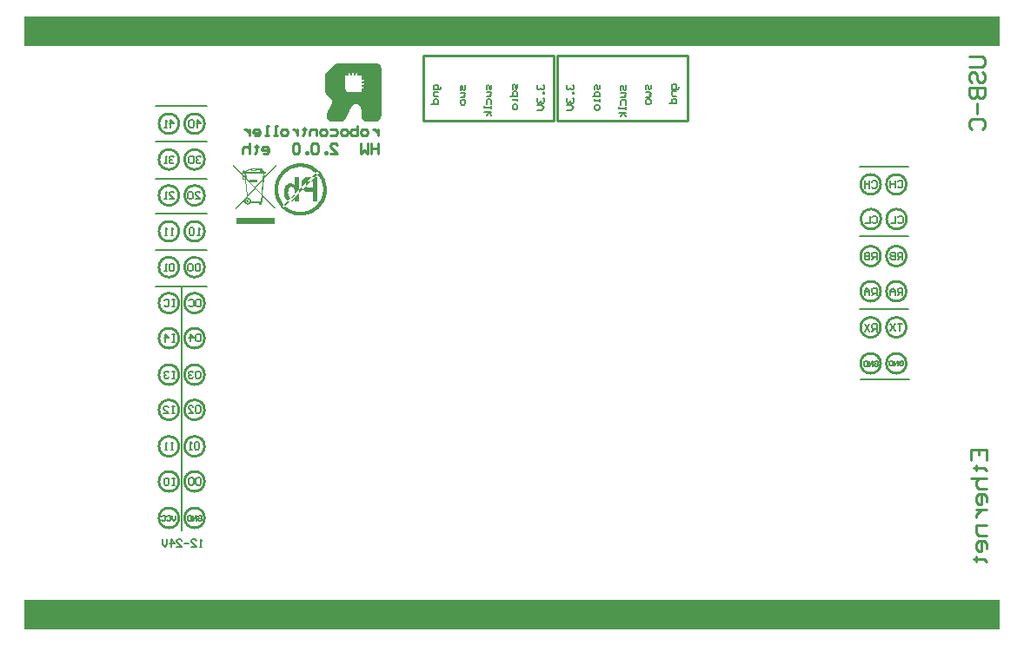
<source format=gbo>
G04*
G04 #@! TF.GenerationSoftware,Altium Limited,Altium Designer,22.10.1 (41)*
G04*
G04 Layer_Color=32896*
%FSLAX25Y25*%
%MOIN*%
G70*
G04*
G04 #@! TF.SameCoordinates,228258D3-266C-4D4F-9196-BF2F79CCE343*
G04*
G04*
G04 #@! TF.FilePolarity,Positive*
G04*
G01*
G75*
%ADD10C,0.01000*%
%ADD17C,0.00591*%
%ADD21C,0.00709*%
%ADD22R,3.74016X0.11811*%
%ADD150C,0.00100*%
G36*
X106648Y-57174D02*
X107375Y-57270D01*
X107700Y-57328D01*
X108025Y-57385D01*
X108331Y-57462D01*
X108618Y-57538D01*
X108867Y-57614D01*
X109096Y-57691D01*
X109288Y-57748D01*
X109460Y-57806D01*
X109594Y-57863D01*
X109708Y-57901D01*
X109766Y-57921D01*
X109785Y-57940D01*
X110455Y-58265D01*
X111067Y-58609D01*
X111621Y-58973D01*
X111870Y-59145D01*
X112081Y-59317D01*
X112291Y-59470D01*
X112482Y-59623D01*
X112635Y-59757D01*
X112769Y-59872D01*
X112884Y-59967D01*
X112961Y-60044D01*
X112999Y-60082D01*
X113018Y-60101D01*
X113496Y-60618D01*
X113936Y-61173D01*
X114300Y-61708D01*
X114606Y-62206D01*
X114740Y-62416D01*
X114855Y-62626D01*
X114950Y-62818D01*
X115027Y-62971D01*
X115103Y-63105D01*
X115141Y-63200D01*
X115161Y-63258D01*
X115180Y-63277D01*
X115428Y-63966D01*
X115620Y-64654D01*
X115754Y-65305D01*
X115811Y-65611D01*
X115849Y-65917D01*
X115887Y-66185D01*
X115907Y-66414D01*
X115926Y-66644D01*
Y-66816D01*
X115945Y-66969D01*
Y-67084D01*
Y-67160D01*
Y-67180D01*
X115907Y-67926D01*
X115830Y-68652D01*
X115773Y-68978D01*
X115696Y-69303D01*
X115639Y-69609D01*
X115562Y-69896D01*
X115486Y-70145D01*
X115428Y-70374D01*
X115352Y-70565D01*
X115295Y-70738D01*
X115256Y-70872D01*
X115218Y-70986D01*
X115180Y-71044D01*
Y-71063D01*
X114855Y-71732D01*
X114510Y-72345D01*
X114147Y-72899D01*
X113974Y-73148D01*
X113802Y-73359D01*
X113649Y-73569D01*
X113496Y-73760D01*
X113362Y-73913D01*
X113248Y-74047D01*
X113152Y-74162D01*
X113075Y-74239D01*
X113037Y-74277D01*
X113018Y-74296D01*
X112482Y-74774D01*
X111928Y-75214D01*
X111392Y-75578D01*
X110895Y-75884D01*
X110665Y-76018D01*
X110455Y-76132D01*
X110263Y-76209D01*
X110110Y-76305D01*
X109976Y-76362D01*
X109881Y-76400D01*
X109823Y-76438D01*
X109804D01*
X109116Y-76687D01*
X108427Y-76878D01*
X107776Y-77012D01*
X107470Y-77070D01*
X107164Y-77108D01*
X106896Y-77146D01*
X106648Y-77165D01*
X106437Y-77184D01*
X106246D01*
X106112Y-77204D01*
X105902D01*
X105136Y-77165D01*
X104429Y-77089D01*
X103759Y-76955D01*
X103472Y-76898D01*
X103185Y-76821D01*
X102917Y-76745D01*
X102688Y-76687D01*
X102497Y-76611D01*
X102324Y-76553D01*
X102190Y-76515D01*
X102076Y-76477D01*
X102018Y-76438D01*
X101999D01*
X101330Y-76132D01*
X100717Y-75788D01*
X100430Y-75597D01*
X100182Y-75424D01*
X99933Y-75252D01*
X99704Y-75080D01*
X99512Y-74927D01*
X99321Y-74774D01*
X99168Y-74640D01*
X99034Y-74525D01*
X98938Y-74430D01*
X98862Y-74353D01*
X98823Y-74315D01*
X98804Y-74296D01*
X98326Y-73760D01*
X97905Y-73205D01*
X97523Y-72670D01*
X97217Y-72172D01*
X97102Y-71943D01*
X96987Y-71732D01*
X96891Y-71541D01*
X96796Y-71388D01*
X96738Y-71254D01*
X96700Y-71158D01*
X96662Y-71101D01*
Y-71082D01*
X96394Y-70393D01*
X96203Y-69705D01*
X96050Y-69054D01*
X95992Y-68748D01*
X95954Y-68442D01*
X95916Y-68174D01*
X95897Y-67926D01*
X95877Y-67715D01*
Y-67524D01*
X95858Y-67390D01*
Y-67275D01*
Y-67199D01*
Y-67180D01*
X95897Y-66414D01*
X95992Y-65687D01*
X96050Y-65343D01*
X96107Y-65037D01*
X96184Y-64731D01*
X96260Y-64444D01*
X96337Y-64195D01*
X96413Y-63966D01*
X96470Y-63755D01*
X96528Y-63602D01*
X96585Y-63449D01*
X96624Y-63354D01*
X96643Y-63296D01*
X96662Y-63277D01*
X96987Y-62626D01*
X97331Y-62014D01*
X97676Y-61479D01*
X97867Y-61230D01*
X98020Y-61001D01*
X98192Y-60809D01*
X98326Y-60618D01*
X98460Y-60465D01*
X98575Y-60350D01*
X98671Y-60235D01*
X98747Y-60159D01*
X98785Y-60120D01*
X98804Y-60101D01*
X99321Y-59604D01*
X99857Y-59183D01*
X100392Y-58820D01*
X100890Y-58495D01*
X101119Y-58380D01*
X101330Y-58265D01*
X101521Y-58169D01*
X101674Y-58074D01*
X101808Y-58016D01*
X101903Y-57978D01*
X101961Y-57940D01*
X101980D01*
X102669Y-57672D01*
X103357Y-57481D01*
X104027Y-57328D01*
X104333Y-57270D01*
X104620Y-57232D01*
X104907Y-57194D01*
X105136Y-57174D01*
X105366Y-57155D01*
X105538D01*
X105691Y-57136D01*
X105902D01*
X106648Y-57174D01*
D02*
G37*
G36*
X96555Y-58108D02*
X91848Y-63208D01*
X91373Y-69211D01*
X96391Y-74360D01*
X96112Y-74606D01*
X91324Y-69703D01*
X91242Y-70834D01*
X91209Y-71146D01*
X91192Y-71293D01*
Y-71408D01*
X91176Y-71507D01*
Y-71589D01*
Y-71638D01*
Y-71654D01*
Y-71785D01*
X91159Y-71884D01*
Y-71949D01*
Y-72015D01*
X91143Y-72048D01*
Y-72064D01*
Y-72081D01*
X91127Y-72163D01*
X91094Y-72228D01*
X91078Y-72261D01*
X91061Y-72277D01*
X91012Y-72310D01*
X90979Y-72327D01*
X90946Y-72343D01*
Y-72966D01*
X90126D01*
Y-72343D01*
X86748D01*
X86584Y-72556D01*
X86404Y-72720D01*
X86207Y-72835D01*
X86010Y-72917D01*
X85846Y-72966D01*
X85698Y-72983D01*
X85600Y-72999D01*
X85567D01*
X85370Y-72983D01*
X85190Y-72934D01*
X85026Y-72868D01*
X84878Y-72802D01*
X84763Y-72737D01*
X84681Y-72671D01*
X84632Y-72622D01*
X84616Y-72606D01*
X84485Y-72458D01*
X84386Y-72294D01*
X84304Y-72130D01*
X84255Y-71966D01*
X84222Y-71835D01*
X84206Y-71736D01*
Y-71671D01*
Y-71638D01*
Y-71474D01*
X81254Y-74672D01*
X80926Y-74410D01*
X85272Y-69703D01*
X84681Y-63503D01*
X83550D01*
Y-61847D01*
X83599D01*
X79991Y-58157D01*
Y-57567D01*
X84189Y-61847D01*
X84534D01*
X84468Y-61044D01*
X84370Y-61093D01*
X84272Y-61125D01*
X84206Y-61142D01*
X84173D01*
X84075Y-61125D01*
X83976Y-61109D01*
X83829Y-61044D01*
X83730Y-60994D01*
X83697Y-60962D01*
X83632Y-60879D01*
X83583Y-60814D01*
X83517Y-60650D01*
Y-60601D01*
X83501Y-60552D01*
Y-60519D01*
Y-60502D01*
X83517Y-60404D01*
X83534Y-60322D01*
X83599Y-60174D01*
X83681Y-60092D01*
X83697Y-60059D01*
X83714D01*
X83796Y-59994D01*
X83862Y-59945D01*
X84009Y-59879D01*
X84075D01*
X84124Y-59863D01*
X84173D01*
X84288Y-59879D01*
X84386Y-59928D01*
X84550Y-60027D01*
X84649Y-60109D01*
X84665Y-60141D01*
X84681Y-60158D01*
X84780Y-60059D01*
X84878Y-59961D01*
X85108Y-59797D01*
X85223Y-59732D01*
X85305Y-59682D01*
X85370Y-59649D01*
X85387Y-59633D01*
X85584Y-59535D01*
X85813Y-59453D01*
X86059Y-59387D01*
X86289Y-59338D01*
X86502Y-59289D01*
X86682Y-59256D01*
X86748D01*
X86797Y-59240D01*
X86846D01*
Y-59026D01*
X89126D01*
Y-59158D01*
X89372Y-59190D01*
X89585Y-59207D01*
X89684Y-59223D01*
X89749D01*
X89782Y-59240D01*
X89798D01*
X90012Y-59272D01*
X90208Y-59305D01*
X90274D01*
X90323Y-59321D01*
X90372D01*
Y-59256D01*
X91209D01*
Y-59584D01*
X91422Y-59699D01*
X91586Y-59813D01*
X91717Y-59912D01*
X91816Y-60010D01*
X91897Y-60092D01*
X91947Y-60158D01*
X91963Y-60191D01*
X91979Y-60207D01*
X92029Y-60306D01*
X92078Y-60387D01*
X92111Y-60453D01*
X92143Y-60486D01*
X92160Y-60535D01*
X92176Y-60552D01*
X92668D01*
Y-61060D01*
X92029D01*
X91897Y-62503D01*
X96555Y-57452D01*
Y-58108D01*
D02*
G37*
G36*
X95981Y-80445D02*
X81467D01*
Y-78280D01*
X95981D01*
Y-80445D01*
D02*
G37*
%LPC*%
G36*
X110646Y-63966D02*
X109694D01*
X107915Y-65747D01*
X107929Y-65783D01*
X107949Y-65860D01*
X107987Y-65917D01*
X108006Y-65955D01*
Y-65974D01*
X108178Y-66185D01*
X108350Y-66319D01*
X108427Y-66376D01*
X108484Y-66414D01*
X108522Y-66433D01*
X108542D01*
X108656Y-66472D01*
X108828Y-66510D01*
X109039Y-66529D01*
X109249Y-66548D01*
X109460Y-66567D01*
X110646D01*
Y-63966D01*
D02*
G37*
G36*
X108183Y-64292D02*
X108159Y-64310D01*
X108102Y-64367D01*
X108082Y-64386D01*
X108063Y-64406D01*
X108057Y-64418D01*
X106316Y-66162D01*
X106323Y-66204D01*
X106399Y-66452D01*
X106475Y-66682D01*
X106495Y-66701D01*
X106514Y-66778D01*
X106571Y-66873D01*
X106648Y-67007D01*
X106651Y-67013D01*
X107915Y-65747D01*
X107891Y-65687D01*
X107872Y-65553D01*
X107853Y-65267D01*
Y-65247D01*
Y-65190D01*
X107872Y-65114D01*
Y-64999D01*
X107910Y-64865D01*
X107949Y-64712D01*
X107987Y-64559D01*
X108057Y-64418D01*
X108183Y-64292D01*
D02*
G37*
G36*
X102497Y-66185D02*
X102401D01*
X102190Y-66204D01*
X102018Y-66261D01*
X101865Y-66338D01*
X101750Y-66414D01*
X101655Y-66510D01*
X101578Y-66587D01*
X101540Y-66644D01*
X101521Y-66663D01*
X101387Y-66873D01*
X101291Y-67141D01*
X101234Y-67409D01*
X101177Y-67677D01*
X101157Y-67926D01*
X101138Y-68136D01*
Y-68212D01*
Y-68270D01*
Y-68308D01*
Y-68327D01*
X101157Y-68729D01*
X101215Y-69054D01*
X101272Y-69341D01*
X101330Y-69552D01*
X101406Y-69724D01*
X101463Y-69819D01*
X101502Y-69896D01*
X101521Y-69915D01*
X101655Y-70087D01*
X101808Y-70202D01*
X101942Y-70298D01*
X102076Y-70355D01*
X102113Y-70370D01*
X103670Y-68811D01*
X103682Y-68729D01*
X103702Y-68499D01*
X103721Y-68308D01*
Y-68232D01*
Y-68174D01*
Y-68155D01*
Y-68136D01*
X103702Y-67792D01*
X103663Y-67486D01*
X103587Y-67237D01*
X103510Y-67026D01*
X103434Y-66873D01*
X103357Y-66759D01*
X103319Y-66682D01*
X103300Y-66663D01*
X103185Y-66510D01*
X103051Y-66395D01*
X102898Y-66299D01*
X102745Y-66242D01*
X102611Y-66204D01*
X102497Y-66185D01*
D02*
G37*
G36*
X105156Y-67324D02*
X103670Y-68811D01*
X103644Y-68978D01*
X103587Y-69245D01*
X103510Y-69494D01*
X103415Y-69724D01*
X103396Y-69762D01*
X103338Y-69839D01*
X103262Y-69953D01*
X103147Y-70087D01*
X102994Y-70221D01*
X102803Y-70336D01*
X102592Y-70393D01*
X102343Y-70412D01*
X102267D01*
X102171Y-70393D01*
X102113Y-70370D01*
X100967Y-71518D01*
X101023Y-71560D01*
X101310Y-71694D01*
X101617Y-71790D01*
X101789Y-71828D01*
X101843D01*
X105156Y-68511D01*
Y-67324D01*
D02*
G37*
G36*
X106074Y-58552D02*
X105902D01*
X105251Y-58590D01*
X104620Y-58667D01*
X104046Y-58762D01*
X103797Y-58839D01*
X103549Y-58896D01*
X103338Y-58954D01*
X103128Y-59030D01*
X102956Y-59088D01*
X102803Y-59126D01*
X102688Y-59183D01*
X102611Y-59202D01*
X102554Y-59241D01*
X102535D01*
X101961Y-59508D01*
X101444Y-59814D01*
X100966Y-60120D01*
X100564Y-60427D01*
X100392Y-60561D01*
X100239Y-60694D01*
X100105Y-60809D01*
X100010Y-60905D01*
X99914Y-60981D01*
X99857Y-61039D01*
X99818Y-61077D01*
X99799Y-61096D01*
X99397Y-61536D01*
X99034Y-62014D01*
X98709Y-62473D01*
X98441Y-62894D01*
X98345Y-63086D01*
X98250Y-63277D01*
X98154Y-63430D01*
X98097Y-63564D01*
X98039Y-63679D01*
X98001Y-63755D01*
X97963Y-63813D01*
Y-63832D01*
X97733Y-64425D01*
X97561Y-65018D01*
X97446Y-65573D01*
X97351Y-66089D01*
X97331Y-66319D01*
X97312Y-66529D01*
X97293Y-66720D01*
Y-66873D01*
X97274Y-67007D01*
Y-67103D01*
Y-67160D01*
Y-67180D01*
X97312Y-67830D01*
X97389Y-68461D01*
X97484Y-69035D01*
X97561Y-69284D01*
X97618Y-69533D01*
X97676Y-69743D01*
X97752Y-69953D01*
X97810Y-70126D01*
X97848Y-70279D01*
X97905Y-70393D01*
X97924Y-70470D01*
X97963Y-70527D01*
Y-70546D01*
X98230Y-71120D01*
X98537Y-71637D01*
X98843Y-72115D01*
X99130Y-72517D01*
X99283Y-72689D01*
X99397Y-72842D01*
X99512Y-72975D01*
X100967Y-71518D01*
X100794Y-71388D01*
X100584Y-71216D01*
X100450Y-71063D01*
X100354Y-70948D01*
X100316Y-70929D01*
Y-70910D01*
X100086Y-70527D01*
X99914Y-70106D01*
X99780Y-69647D01*
X99704Y-69226D01*
X99646Y-68844D01*
X99627Y-68672D01*
Y-68538D01*
X99608Y-68423D01*
Y-68327D01*
Y-68270D01*
Y-68251D01*
Y-67945D01*
X99646Y-67658D01*
X99665Y-67371D01*
X99723Y-67122D01*
X99761Y-66892D01*
X99818Y-66682D01*
X99895Y-66491D01*
X99952Y-66319D01*
X100010Y-66166D01*
X100086Y-66032D01*
X100144Y-65917D01*
X100182Y-65840D01*
X100239Y-65764D01*
X100258Y-65706D01*
X100296Y-65687D01*
Y-65668D01*
X100430Y-65515D01*
X100564Y-65381D01*
X100832Y-65152D01*
X101119Y-64999D01*
X101387Y-64903D01*
X101617Y-64827D01*
X101808Y-64807D01*
X101884Y-64788D01*
X102152D01*
X102324Y-64827D01*
X102649Y-64922D01*
X102936Y-65075D01*
X103185Y-65247D01*
X103376Y-65420D01*
X103530Y-65573D01*
X103625Y-65687D01*
X103663Y-65706D01*
Y-62378D01*
X105156D01*
Y-67324D01*
X106316Y-66162D01*
X106284Y-65974D01*
X106265Y-65745D01*
X106246Y-65534D01*
X106227Y-65381D01*
Y-65267D01*
Y-65228D01*
X106246Y-64846D01*
X106303Y-64501D01*
X106361Y-64195D01*
X106437Y-63927D01*
X106533Y-63717D01*
X106590Y-63564D01*
X106648Y-63468D01*
X106667Y-63430D01*
X106839Y-63200D01*
X107011Y-62990D01*
X107202Y-62837D01*
X107394Y-62722D01*
X107547Y-62626D01*
X107681Y-62569D01*
X107757Y-62550D01*
X107796Y-62531D01*
X107891Y-62512D01*
X107987Y-62473D01*
X108255Y-62435D01*
X108580Y-62416D01*
X108886Y-62397D01*
X109192Y-62378D01*
X110094D01*
X111684Y-60786D01*
X112023Y-61096D01*
X112042Y-61115D01*
X112081Y-61154D01*
X112138Y-61211D01*
X112215Y-61307D01*
X112282Y-61374D01*
X111279Y-62378D01*
X110094D01*
X108183Y-64292D01*
X108236Y-64253D01*
X108331Y-64176D01*
X108465Y-64119D01*
X108599Y-64061D01*
X108752Y-64023D01*
X108771Y-64004D01*
X108848Y-63985D01*
X108982Y-63966D01*
X109694D01*
X111279Y-62378D01*
X112234D01*
Y-71675D01*
X110646D01*
Y-68136D01*
X109211D01*
X108867Y-68117D01*
X108561Y-68098D01*
X108331Y-68079D01*
X108159Y-68059D01*
X108044Y-68040D01*
X107968Y-68021D01*
X107949D01*
X107623Y-67887D01*
X107489Y-67830D01*
X107375Y-67753D01*
X107279Y-67677D01*
X107202Y-67639D01*
X107164Y-67600D01*
X107145Y-67581D01*
X106992Y-67447D01*
X106858Y-67294D01*
X106743Y-67141D01*
X106651Y-67013D01*
X105156Y-68511D01*
Y-71675D01*
X103759D01*
Y-70680D01*
X103606Y-70891D01*
X103472Y-71063D01*
X103338Y-71197D01*
X103204Y-71331D01*
X103089Y-71426D01*
X103013Y-71484D01*
X102956Y-71522D01*
X102936Y-71541D01*
X102764Y-71637D01*
X102573Y-71713D01*
X102420Y-71752D01*
X102267Y-71790D01*
X102152Y-71809D01*
X102037Y-71828D01*
X101843D01*
X100092Y-73581D01*
X99799Y-73301D01*
X99780Y-73282D01*
X99742Y-73244D01*
X99684Y-73186D01*
X99608Y-73091D01*
X99512Y-72976D01*
X99512Y-72975D01*
X98900Y-73588D01*
X99493Y-74181D01*
X100092Y-73581D01*
X100239Y-73722D01*
X100717Y-74085D01*
X101177Y-74392D01*
X101597Y-74659D01*
X101789Y-74774D01*
X101980Y-74870D01*
X102133Y-74946D01*
X102267Y-75023D01*
X102382Y-75061D01*
X102458Y-75099D01*
X102516Y-75138D01*
X102535D01*
X103128Y-75367D01*
X103721Y-75520D01*
X104295Y-75635D01*
X104811Y-75731D01*
X105041Y-75750D01*
X105251Y-75769D01*
X105443Y-75788D01*
X105596D01*
X105729Y-75807D01*
X105902D01*
X106552Y-75769D01*
X107183Y-75692D01*
X107757Y-75597D01*
X108006Y-75539D01*
X108255Y-75463D01*
X108465Y-75405D01*
X108676Y-75348D01*
X108848Y-75291D01*
X109001Y-75233D01*
X109116Y-75195D01*
X109192Y-75157D01*
X109249Y-75138D01*
X109268D01*
X109842Y-74870D01*
X110359Y-74564D01*
X110837Y-74258D01*
X111239Y-73971D01*
X111411Y-73837D01*
X111564Y-73703D01*
X111698Y-73588D01*
X111813Y-73492D01*
X111908Y-73416D01*
X111966Y-73359D01*
X112004Y-73320D01*
X112023Y-73301D01*
X112444Y-72842D01*
X112808Y-72383D01*
X113114Y-71924D01*
X113382Y-71484D01*
X113496Y-71292D01*
X113592Y-71101D01*
X113668Y-70948D01*
X113745Y-70814D01*
X113783Y-70699D01*
X113821Y-70623D01*
X113860Y-70565D01*
Y-70546D01*
X114089Y-69953D01*
X114242Y-69341D01*
X114357Y-68786D01*
X114453Y-68270D01*
X114472Y-68040D01*
X114491Y-67830D01*
X114510Y-67639D01*
Y-67486D01*
X114529Y-67352D01*
Y-67256D01*
Y-67199D01*
Y-67180D01*
X114491Y-66529D01*
X114415Y-65898D01*
X114319Y-65343D01*
X114261Y-65075D01*
X114185Y-64846D01*
X114128Y-64616D01*
X114070Y-64425D01*
X114013Y-64253D01*
X113955Y-64100D01*
X113917Y-63985D01*
X113879Y-63908D01*
X113860Y-63851D01*
Y-63832D01*
X113592Y-63258D01*
X113286Y-62741D01*
X112980Y-62263D01*
X112693Y-61861D01*
X112559Y-61689D01*
X112425Y-61536D01*
X112310Y-61402D01*
X112282Y-61374D01*
X112884Y-60771D01*
X112310Y-60159D01*
X111684Y-60786D01*
X111564Y-60675D01*
X111105Y-60312D01*
X110646Y-59987D01*
X110206Y-59738D01*
X110015Y-59623D01*
X109823Y-59527D01*
X109670Y-59432D01*
X109536Y-59374D01*
X109422Y-59317D01*
X109345Y-59279D01*
X109288Y-59241D01*
X109268D01*
X108676Y-59011D01*
X108063Y-58839D01*
X107509Y-58724D01*
X106992Y-58628D01*
X106763Y-58609D01*
X106552Y-58590D01*
X106361Y-58571D01*
X106208D01*
X106074Y-58552D01*
D02*
G37*
G36*
X88700Y-59404D02*
X87240D01*
Y-59748D01*
X88700D01*
Y-59404D01*
D02*
G37*
G36*
X89241Y-59633D02*
X89126D01*
Y-60109D01*
X86846D01*
Y-59682D01*
X86633Y-59715D01*
X86436Y-59764D01*
X86272Y-59797D01*
X86125Y-59830D01*
X86010Y-59863D01*
X85928Y-59895D01*
X85879Y-59912D01*
X85862D01*
X85731Y-59961D01*
X85616Y-59994D01*
X85518Y-60043D01*
X85436Y-60076D01*
X85370Y-60109D01*
X85321Y-60141D01*
X85305Y-60158D01*
X85288D01*
X85157Y-60256D01*
X85075Y-60322D01*
X85026Y-60387D01*
X85009Y-60404D01*
X84960Y-60470D01*
X84927Y-60519D01*
X84911Y-60535D01*
Y-60552D01*
X90372D01*
Y-59797D01*
X90175Y-59748D01*
X89962Y-59715D01*
X89749Y-59682D01*
X89552Y-59666D01*
X89388Y-59649D01*
X89241Y-59633D01*
D02*
G37*
G36*
X91225Y-60109D02*
X91209D01*
Y-60552D01*
X91651D01*
X91635Y-60502D01*
X91602Y-60437D01*
X91586Y-60387D01*
X91570Y-60371D01*
X91471Y-60273D01*
X91356Y-60191D01*
X91258Y-60125D01*
X91225Y-60109D01*
D02*
G37*
G36*
X83976Y-62224D02*
Y-63126D01*
X84632D01*
Y-62897D01*
X83976Y-62224D01*
D02*
G37*
G36*
X91586Y-61060D02*
X84895D01*
X84944Y-61847D01*
X85173D01*
Y-62880D01*
X86322Y-64028D01*
Y-63487D01*
X89175D01*
Y-64422D01*
X86682D01*
X88470Y-66259D01*
X91422Y-63044D01*
X91586Y-61060D01*
D02*
G37*
G36*
X91373Y-63717D02*
X88749Y-66537D01*
X90946Y-68768D01*
X91373Y-63717D01*
D02*
G37*
G36*
X85173Y-63438D02*
Y-63503D01*
X85124D01*
X85616Y-69309D01*
X88208Y-66537D01*
X85173Y-63438D01*
D02*
G37*
G36*
X88486Y-66816D02*
X85666Y-69867D01*
X85715Y-70293D01*
X85912Y-70326D01*
X86076Y-70375D01*
X86239Y-70441D01*
X86371Y-70523D01*
X86469Y-70588D01*
X86551Y-70638D01*
X86600Y-70687D01*
X86617Y-70703D01*
X86731Y-70851D01*
X86813Y-70998D01*
X86879Y-71162D01*
X86912Y-71310D01*
X86945Y-71441D01*
X86961Y-71539D01*
Y-71605D01*
Y-71638D01*
Y-71720D01*
Y-71736D01*
Y-71753D01*
X86945Y-71818D01*
Y-71835D01*
Y-71851D01*
X90700D01*
X90881Y-69309D01*
X88486Y-66816D01*
D02*
G37*
G36*
X85616Y-70884D02*
X85567D01*
X85452Y-70900D01*
X85370Y-70916D01*
X85206Y-70998D01*
X85141Y-71048D01*
X85092Y-71080D01*
X85075Y-71097D01*
X85059Y-71113D01*
X84993Y-71195D01*
X84927Y-71277D01*
X84878Y-71457D01*
X84862Y-71523D01*
X84846Y-71589D01*
Y-71622D01*
Y-71638D01*
X84862Y-71753D01*
X84878Y-71851D01*
X84944Y-72015D01*
X84993Y-72081D01*
X85026Y-72114D01*
X85042Y-72146D01*
X85059Y-72163D01*
X85141Y-72228D01*
X85223Y-72277D01*
X85387Y-72343D01*
X85469Y-72360D01*
X85518Y-72376D01*
X85567D01*
X85682Y-72360D01*
X85780Y-72343D01*
X85961Y-72261D01*
X86026Y-72228D01*
X86059Y-72196D01*
X86092Y-72179D01*
X86108Y-72163D01*
X86174Y-72081D01*
X86223Y-71982D01*
X86289Y-71818D01*
X86305Y-71736D01*
X86322Y-71687D01*
Y-71654D01*
Y-71638D01*
X86305Y-71523D01*
X86289Y-71425D01*
X86207Y-71261D01*
X86158Y-71195D01*
X86125Y-71146D01*
X86108Y-71130D01*
X86092Y-71113D01*
X86010Y-71031D01*
X85912Y-70982D01*
X85747Y-70916D01*
X85666Y-70900D01*
X85616Y-70884D01*
D02*
G37*
%LPD*%
G36*
X85698Y-71195D02*
X85813Y-71244D01*
X85895Y-71293D01*
X85928Y-71310D01*
X86010Y-71408D01*
X86059Y-71523D01*
X86076Y-71605D01*
Y-71622D01*
Y-71638D01*
X86059Y-71769D01*
X85993Y-71884D01*
X85944Y-71949D01*
X85928Y-71982D01*
X85797Y-72064D01*
X85682Y-72114D01*
X85600Y-72130D01*
X85567D01*
X85419Y-72097D01*
X85305Y-72031D01*
X85239Y-71949D01*
X85173Y-71868D01*
X85141Y-71785D01*
X85124Y-71703D01*
Y-71654D01*
Y-71638D01*
X85141Y-71507D01*
X85190Y-71392D01*
X85239Y-71326D01*
X85255Y-71310D01*
X85354Y-71228D01*
X85452Y-71195D01*
X85534Y-71179D01*
X85567D01*
X85698Y-71195D01*
D02*
G37*
D10*
X338179Y-120137D02*
G03*
X338179Y-120137I-3828J0D01*
G01*
Y-133979D02*
G03*
X338179Y-133979I-3828J0D01*
G01*
X328336D02*
G03*
X328336Y-133979I-3828J0D01*
G01*
Y-120137D02*
G03*
X328336Y-120137I-3828J0D01*
G01*
Y-106295D02*
G03*
X328336Y-106295I-3828J0D01*
G01*
X338179D02*
G03*
X338179Y-106295I-3828J0D01*
G01*
X328336Y-92795D02*
G03*
X328336Y-92795I-3828J0D01*
G01*
X338179D02*
G03*
X338179Y-92795I-3828J0D01*
G01*
X328435Y-78559D02*
G03*
X328435Y-78559I-3828J0D01*
G01*
X338277D02*
G03*
X338277Y-78559I-3828J0D01*
G01*
X338179Y-65256D02*
G03*
X338179Y-65256I-3828J0D01*
G01*
X328336D02*
G03*
X328336Y-65256I-3828J0D01*
G01*
X59242Y-41929D02*
G03*
X59242Y-41929I-3828J0D01*
G01*
X69084D02*
G03*
X69084Y-41929I-3828J0D01*
G01*
X59242Y-55709D02*
G03*
X59242Y-55709I-3828J0D01*
G01*
X69084D02*
G03*
X69084Y-55709I-3828J0D01*
G01*
X59242Y-69488D02*
G03*
X59242Y-69488I-3828J0D01*
G01*
X69084D02*
G03*
X69084Y-69488I-3828J0D01*
G01*
X59242Y-83268D02*
G03*
X59242Y-83268I-3828J0D01*
G01*
X69084D02*
G03*
X69084Y-83268I-3828J0D01*
G01*
X59242Y-97047D02*
G03*
X59242Y-97047I-3828J0D01*
G01*
X69084D02*
G03*
X69084Y-97047I-3828J0D01*
G01*
X59242Y-110827D02*
G03*
X59242Y-110827I-3828J0D01*
G01*
X69084D02*
G03*
X69084Y-110827I-3828J0D01*
G01*
Y-124327D02*
G03*
X69084Y-124327I-3828J0D01*
G01*
X59242D02*
G03*
X59242Y-124327I-3828J0D01*
G01*
X69084Y-138327D02*
G03*
X69084Y-138327I-3828J0D01*
G01*
X59242D02*
G03*
X59242Y-138327I-3828J0D01*
G01*
X69084Y-151827D02*
G03*
X69084Y-151827I-3828J0D01*
G01*
X59242D02*
G03*
X59242Y-151827I-3828J0D01*
G01*
X69084Y-165827D02*
G03*
X69084Y-165827I-3828J0D01*
G01*
X59242D02*
G03*
X59242Y-165827I-3828J0D01*
G01*
X69084Y-179327D02*
G03*
X69084Y-179327I-3828J0D01*
G01*
X59242D02*
G03*
X59242Y-179327I-3828J0D01*
G01*
X69084Y-193327D02*
G03*
X69084Y-193327I-3828J0D01*
G01*
X59242D02*
G03*
X59242Y-193327I-3828J0D01*
G01*
X152953Y-40945D02*
X202953D01*
X152953D02*
Y-15846D01*
X202953D01*
Y-40945D02*
Y-15846D01*
X204429Y-40945D02*
Y-15846D01*
X254429D01*
Y-40945D02*
Y-15846D01*
X204429Y-40945D02*
X254429D01*
X362293Y-16059D02*
X367292D01*
X368291Y-17059D01*
Y-19058D01*
X367292Y-20058D01*
X362293D01*
X363293Y-26056D02*
X362293Y-25056D01*
Y-23057D01*
X363293Y-22057D01*
X364293D01*
X365292Y-23057D01*
Y-25056D01*
X366292Y-26056D01*
X367292D01*
X368291Y-25056D01*
Y-23057D01*
X367292Y-22057D01*
X362293Y-28055D02*
X368291D01*
Y-31054D01*
X367292Y-32054D01*
X366292D01*
X365292Y-31054D01*
Y-28055D01*
Y-31054D01*
X364293Y-32054D01*
X363293D01*
X362293Y-31054D01*
Y-28055D01*
X365292Y-34053D02*
Y-38052D01*
X363293Y-44050D02*
X362293Y-43050D01*
Y-41051D01*
X363293Y-40051D01*
X367292D01*
X368291Y-41051D01*
Y-43050D01*
X367292Y-44050D01*
X362884Y-171141D02*
Y-167142D01*
X368882D01*
Y-171141D01*
X365883Y-167142D02*
Y-169141D01*
X363883Y-174139D02*
X364883D01*
Y-173140D01*
Y-175139D01*
Y-174139D01*
X367882D01*
X368882Y-175139D01*
X362884Y-178138D02*
X368882D01*
X365883D01*
X364883Y-179138D01*
Y-181137D01*
X365883Y-182137D01*
X368882D01*
Y-187135D02*
Y-185136D01*
X367882Y-184136D01*
X365883D01*
X364883Y-185136D01*
Y-187135D01*
X365883Y-188135D01*
X366882D01*
Y-184136D01*
X364883Y-190134D02*
X368882D01*
X366882D01*
X365883Y-191134D01*
X364883Y-192134D01*
Y-193133D01*
X368882Y-196132D02*
X364883D01*
Y-199131D01*
X365883Y-200131D01*
X368882D01*
Y-205129D02*
Y-203130D01*
X367882Y-202130D01*
X365883D01*
X364883Y-203130D01*
Y-205129D01*
X365883Y-206129D01*
X366882D01*
Y-202130D01*
X363883Y-209128D02*
X364883D01*
Y-208128D01*
Y-210128D01*
Y-209128D01*
X367882D01*
X368882Y-210128D01*
X135623Y-49356D02*
Y-53292D01*
Y-51324D01*
X132999D01*
Y-49356D01*
Y-53292D01*
X131687Y-49356D02*
Y-53292D01*
X130375Y-51980D01*
X129063Y-53292D01*
Y-49356D01*
X117256Y-53292D02*
X119880D01*
X117256Y-50668D01*
Y-50012D01*
X117912Y-49356D01*
X119224D01*
X119880Y-50012D01*
X115944Y-53292D02*
Y-52636D01*
X115288D01*
Y-53292D01*
X115944D01*
X112664Y-50012D02*
X112008Y-49356D01*
X110696D01*
X110041Y-50012D01*
Y-52636D01*
X110696Y-53292D01*
X112008D01*
X112664Y-52636D01*
Y-50012D01*
X108729Y-53292D02*
Y-52636D01*
X108073D01*
Y-53292D01*
X108729D01*
X105449Y-50012D02*
X104793Y-49356D01*
X103481D01*
X102825Y-50012D01*
Y-52636D01*
X103481Y-53292D01*
X104793D01*
X105449Y-52636D01*
Y-50012D01*
X91674Y-53292D02*
X92986D01*
X93642Y-52636D01*
Y-51324D01*
X92986Y-50668D01*
X91674D01*
X91018Y-51324D01*
Y-51980D01*
X93642D01*
X89050Y-50012D02*
Y-50668D01*
X89706D01*
X88394D01*
X89050D01*
Y-52636D01*
X88394Y-53292D01*
X86426Y-49356D02*
Y-53292D01*
Y-51324D01*
X85770Y-50668D01*
X84458D01*
X83802Y-51324D01*
Y-53292D01*
X135623Y-43975D02*
Y-46599D01*
Y-45287D01*
X134967Y-44631D01*
X134311Y-43975D01*
X133655D01*
X131031Y-46599D02*
X129719D01*
X129063Y-45943D01*
Y-44631D01*
X129719Y-43975D01*
X131031D01*
X131687Y-44631D01*
Y-45943D01*
X131031Y-46599D01*
X127751Y-42663D02*
Y-46599D01*
X125784D01*
X125128Y-45943D01*
Y-45287D01*
Y-44631D01*
X125784Y-43975D01*
X127751D01*
X123160Y-46599D02*
X121848D01*
X121192Y-45943D01*
Y-44631D01*
X121848Y-43975D01*
X123160D01*
X123816Y-44631D01*
Y-45943D01*
X123160Y-46599D01*
X117256Y-43975D02*
X119224D01*
X119880Y-44631D01*
Y-45943D01*
X119224Y-46599D01*
X117256D01*
X115288D02*
X113976D01*
X113320Y-45943D01*
Y-44631D01*
X113976Y-43975D01*
X115288D01*
X115944Y-44631D01*
Y-45943D01*
X115288Y-46599D01*
X112008D02*
Y-43975D01*
X110041D01*
X109385Y-44631D01*
Y-46599D01*
X107417Y-43319D02*
Y-43975D01*
X108073D01*
X106761D01*
X107417D01*
Y-45943D01*
X106761Y-46599D01*
X104793Y-43975D02*
Y-46599D01*
Y-45287D01*
X104137Y-44631D01*
X103481Y-43975D01*
X102825D01*
X100201Y-46599D02*
X98889D01*
X98233Y-45943D01*
Y-44631D01*
X98889Y-43975D01*
X100201D01*
X100857Y-44631D01*
Y-45943D01*
X100201Y-46599D01*
X96921D02*
X95609D01*
X96266D01*
Y-42663D01*
X96921D01*
X93642Y-46599D02*
X92330D01*
X92986D01*
Y-42663D01*
X93642D01*
X88394Y-46599D02*
X89706D01*
X90362Y-45943D01*
Y-44631D01*
X89706Y-43975D01*
X88394D01*
X87738Y-44631D01*
Y-45287D01*
X90362D01*
X86426Y-43975D02*
Y-46599D01*
Y-45287D01*
X85770Y-44631D01*
X85114Y-43975D01*
X84458D01*
D17*
X325897Y-133337D02*
X326225Y-133009D01*
X326881D01*
X327209Y-133337D01*
Y-134649D01*
X326881Y-134977D01*
X326225D01*
X325897Y-134649D01*
Y-133993D01*
X326553D01*
X325241Y-134977D02*
Y-133009D01*
X323929Y-134977D01*
Y-133009D01*
X323273D02*
Y-134977D01*
X322290D01*
X321962Y-134649D01*
Y-133337D01*
X322290Y-133009D01*
X323273D01*
X335736Y-133286D02*
X336063Y-132958D01*
X336719D01*
X337047Y-133286D01*
Y-134598D01*
X336719Y-134926D01*
X336063D01*
X335736Y-134598D01*
Y-133942D01*
X336391D01*
X335080Y-134926D02*
Y-132958D01*
X333768Y-134926D01*
Y-132958D01*
X333112D02*
Y-134926D01*
X332128D01*
X331800Y-134598D01*
Y-133286D01*
X332128Y-132958D01*
X333112D01*
X57986Y-192408D02*
Y-193720D01*
X57330Y-194376D01*
X56674Y-193720D01*
Y-192408D01*
X54707Y-192736D02*
X55035Y-192408D01*
X55690D01*
X56019Y-192736D01*
Y-194048D01*
X55690Y-194376D01*
X55035D01*
X54707Y-194048D01*
X52739Y-192736D02*
X53067Y-192408D01*
X53723D01*
X54051Y-192736D01*
Y-194048D01*
X53723Y-194376D01*
X53067D01*
X52739Y-194048D01*
X66675Y-192701D02*
X67002Y-192373D01*
X67658D01*
X67986Y-192701D01*
Y-194013D01*
X67658Y-194341D01*
X67002D01*
X66675Y-194013D01*
Y-193357D01*
X67330D01*
X66019Y-194341D02*
Y-192373D01*
X64707Y-194341D01*
Y-192373D01*
X64051D02*
Y-194341D01*
X63067D01*
X62739Y-194013D01*
Y-192701D01*
X63067Y-192373D01*
X64051D01*
D21*
X320549Y-140026D02*
X339249D01*
X320276Y-113091D02*
X338976D01*
X320374Y-85236D02*
X339075D01*
X320276Y-58563D02*
X338976D01*
X60236Y-104331D02*
X70079D01*
X50394D02*
X60236D01*
Y-198031D02*
Y-104331D01*
X50394Y-90551D02*
X60236D01*
X70079D01*
X50394Y-76378D02*
X60236D01*
X70079D01*
X50394Y-62992D02*
X60236D01*
X70079D01*
X50394Y-48819D02*
X60236D01*
X70079D01*
X50394Y-35039D02*
X60236D01*
X70079D01*
X208334Y-27087D02*
X207874Y-27546D01*
Y-28464D01*
X208334Y-28923D01*
X208793D01*
X209252Y-28464D01*
Y-28005D01*
Y-28464D01*
X209711Y-28923D01*
X210170D01*
X210630Y-28464D01*
Y-27546D01*
X210170Y-27087D01*
X210630Y-29842D02*
X210170D01*
Y-30301D01*
X210630D01*
Y-29842D01*
X208334Y-32138D02*
X207874Y-32597D01*
Y-33515D01*
X208334Y-33974D01*
X208793D01*
X209252Y-33515D01*
Y-33056D01*
Y-33515D01*
X209711Y-33974D01*
X210170D01*
X210630Y-33515D01*
Y-32597D01*
X210170Y-32138D01*
X207874Y-34892D02*
X209711D01*
X210630Y-35811D01*
X209711Y-36729D01*
X207874D01*
X220570Y-26988D02*
Y-28366D01*
X220111Y-28825D01*
X219652Y-28366D01*
Y-27447D01*
X219193Y-26988D01*
X218734Y-27447D01*
Y-28825D01*
X217815Y-31580D02*
X220570D01*
Y-30202D01*
X220111Y-29743D01*
X219193D01*
X218734Y-30202D01*
Y-31580D01*
X220570Y-32498D02*
Y-33417D01*
Y-32957D01*
X218734D01*
Y-32498D01*
X220570Y-35253D02*
Y-36172D01*
X220111Y-36631D01*
X219193D01*
X218734Y-36172D01*
Y-35253D01*
X219193Y-34794D01*
X220111D01*
X220570Y-35253D01*
X197015Y-27087D02*
X196555Y-27546D01*
Y-28464D01*
X197015Y-28923D01*
X197474D01*
X197933Y-28464D01*
Y-28005D01*
Y-28464D01*
X198392Y-28923D01*
X198851D01*
X199311Y-28464D01*
Y-27546D01*
X198851Y-27087D01*
X199311Y-29842D02*
X198851D01*
Y-30301D01*
X199311D01*
Y-29842D01*
X197015Y-32138D02*
X196555Y-32597D01*
Y-33515D01*
X197015Y-33974D01*
X197474D01*
X197933Y-33515D01*
Y-33056D01*
Y-33515D01*
X198392Y-33974D01*
X198851D01*
X199311Y-33515D01*
Y-32597D01*
X198851Y-32138D01*
X196555Y-34892D02*
X198392D01*
X199311Y-35811D01*
X198392Y-36729D01*
X196555D01*
X169029Y-27283D02*
Y-28661D01*
X168569Y-29120D01*
X168110Y-28661D01*
Y-27743D01*
X167651Y-27283D01*
X167192Y-27743D01*
Y-29120D01*
Y-30038D02*
X168569D01*
X169029Y-30498D01*
X168569Y-30957D01*
X169029Y-31416D01*
X168569Y-31875D01*
X167192D01*
X169029Y-33253D02*
Y-34171D01*
X168569Y-34630D01*
X167651D01*
X167192Y-34171D01*
Y-33253D01*
X167651Y-32794D01*
X168569D01*
X169029Y-33253D01*
X179133Y-26988D02*
Y-28366D01*
X178674Y-28825D01*
X178215Y-28366D01*
Y-27447D01*
X177756Y-26988D01*
X177297Y-27447D01*
Y-28825D01*
Y-29743D02*
X178674D01*
X179133Y-30202D01*
X178674Y-30662D01*
X179133Y-31121D01*
X178674Y-31580D01*
X177297D01*
Y-34335D02*
Y-32957D01*
X177756Y-32498D01*
X178674D01*
X179133Y-32957D01*
Y-34335D01*
Y-35253D02*
Y-36172D01*
Y-35712D01*
X176378D01*
Y-35253D01*
X179133Y-37549D02*
X176378D01*
X178215D02*
X177297Y-38927D01*
X178215Y-37549D02*
X179133Y-38927D01*
X230610Y-27283D02*
Y-28661D01*
X230151Y-29120D01*
X229691Y-28661D01*
Y-27743D01*
X229232Y-27283D01*
X228773Y-27743D01*
Y-29120D01*
Y-30038D02*
X230151D01*
X230610Y-30498D01*
X230151Y-30957D01*
X230610Y-31416D01*
X230151Y-31875D01*
X228773D01*
Y-34630D02*
Y-33253D01*
X229232Y-32794D01*
X230151D01*
X230610Y-33253D01*
Y-34630D01*
Y-35548D02*
Y-36467D01*
Y-36008D01*
X227855D01*
Y-35548D01*
X230610Y-37844D02*
X227855D01*
X229691D02*
X228773Y-39222D01*
X229691Y-37844D02*
X230610Y-39222D01*
X240190Y-27087D02*
Y-28464D01*
X239731Y-28923D01*
X239272Y-28464D01*
Y-27546D01*
X238812Y-27087D01*
X238353Y-27546D01*
Y-28923D01*
Y-29842D02*
X239731D01*
X240190Y-30301D01*
X239731Y-30760D01*
X240190Y-31219D01*
X239731Y-31678D01*
X238353D01*
X240190Y-33056D02*
Y-33974D01*
X239731Y-34433D01*
X238812D01*
X238353Y-33974D01*
Y-33056D01*
X238812Y-32597D01*
X239731D01*
X240190Y-33056D01*
X251049Y-27710D02*
Y-28169D01*
X250590Y-28628D01*
X248294D01*
Y-27250D01*
X248753Y-26791D01*
X249672D01*
X250131Y-27250D01*
Y-28628D01*
Y-29546D02*
X248294D01*
Y-30924D01*
X248753Y-31383D01*
X250131D01*
X247376Y-34138D02*
X250131D01*
Y-32761D01*
X249672Y-32301D01*
X248753D01*
X248294Y-32761D01*
Y-34138D01*
X189074Y-26791D02*
Y-28169D01*
X188615Y-28628D01*
X188156Y-28169D01*
Y-27250D01*
X187697Y-26791D01*
X187238Y-27250D01*
Y-28628D01*
X186319Y-31383D02*
X189074D01*
Y-30005D01*
X188615Y-29546D01*
X187697D01*
X187238Y-30005D01*
Y-31383D01*
X189074Y-32301D02*
Y-33220D01*
Y-32761D01*
X187238D01*
Y-32301D01*
X189074Y-35056D02*
Y-35975D01*
X188615Y-36434D01*
X187697D01*
X187238Y-35975D01*
Y-35056D01*
X187697Y-34597D01*
X188615D01*
X189074Y-35056D01*
X159711Y-27907D02*
Y-28366D01*
X159251Y-28825D01*
X156956D01*
Y-27447D01*
X157415Y-26988D01*
X158333D01*
X158792Y-27447D01*
Y-28825D01*
Y-29743D02*
X156956D01*
Y-31121D01*
X157415Y-31580D01*
X158792D01*
X156037Y-34335D02*
X158792D01*
Y-32957D01*
X158333Y-32498D01*
X157415D01*
X156956Y-32957D01*
Y-34335D01*
X326817Y-121637D02*
Y-118882D01*
X325440D01*
X324981Y-119341D01*
Y-120259D01*
X325440Y-120718D01*
X326817D01*
X325899D02*
X324981Y-121637D01*
X324062Y-118882D02*
X322226Y-121637D01*
Y-118882D02*
X324062Y-121637D01*
X326817Y-107896D02*
Y-105141D01*
X325440D01*
X324981Y-105600D01*
Y-106519D01*
X325440Y-106978D01*
X326817D01*
X325899D02*
X324981Y-107896D01*
X324062D02*
Y-106059D01*
X323144Y-105141D01*
X322226Y-106059D01*
Y-107896D01*
Y-106519D01*
X324062D01*
X326817Y-94156D02*
Y-91401D01*
X325440D01*
X324981Y-91860D01*
Y-92778D01*
X325440Y-93237D01*
X326817D01*
X325899D02*
X324981Y-94156D01*
X324062Y-91401D02*
Y-94156D01*
X322685D01*
X322226Y-93696D01*
Y-93237D01*
X322685Y-92778D01*
X324062D01*
X322685D01*
X322226Y-92319D01*
Y-91860D01*
X322685Y-91401D01*
X324062D01*
X325079Y-77902D02*
X325538Y-77443D01*
X326457D01*
X326916Y-77902D01*
Y-79739D01*
X326457Y-80198D01*
X325538D01*
X325079Y-79739D01*
X324161Y-77443D02*
Y-80198D01*
X322324D01*
X324981Y-64359D02*
X325440Y-63899D01*
X326358D01*
X326817Y-64359D01*
Y-66195D01*
X326358Y-66654D01*
X325440D01*
X324981Y-66195D01*
X324062Y-63899D02*
Y-66654D01*
Y-65277D01*
X322226D01*
Y-63899D01*
Y-66654D01*
X336717Y-118782D02*
X334881D01*
X335799D01*
Y-121537D01*
X333962Y-118782D02*
X332126Y-121537D01*
Y-118782D02*
X333962Y-121537D01*
X336717Y-107796D02*
Y-105041D01*
X335340D01*
X334881Y-105500D01*
Y-106419D01*
X335340Y-106878D01*
X336717D01*
X335799D02*
X334881Y-107796D01*
X333962D02*
Y-105959D01*
X333044Y-105041D01*
X332126Y-105959D01*
Y-107796D01*
Y-106419D01*
X333962D01*
X336717Y-94056D02*
Y-91301D01*
X335340D01*
X334881Y-91760D01*
Y-92678D01*
X335340Y-93137D01*
X336717D01*
X335799D02*
X334881Y-94056D01*
X333962Y-91301D02*
Y-94056D01*
X332585D01*
X332126Y-93597D01*
Y-93137D01*
X332585Y-92678D01*
X333962D01*
X332585D01*
X332126Y-92219D01*
Y-91760D01*
X332585Y-91301D01*
X333962D01*
X334979Y-77802D02*
X335438Y-77343D01*
X336357D01*
X336816Y-77802D01*
Y-79639D01*
X336357Y-80098D01*
X335438D01*
X334979Y-79639D01*
X334061Y-77343D02*
Y-80098D01*
X332224D01*
X334881Y-64258D02*
X335340Y-63799D01*
X336258D01*
X336717Y-64258D01*
Y-66095D01*
X336258Y-66554D01*
X335340D01*
X334881Y-66095D01*
X333962Y-63799D02*
Y-66554D01*
Y-65177D01*
X332126D01*
Y-63799D01*
Y-66554D01*
X56103Y-43307D02*
Y-40552D01*
X57480Y-41930D01*
X55644D01*
X54725Y-43307D02*
X53807D01*
X54266D01*
Y-40552D01*
X54725Y-41011D01*
X66339Y-43307D02*
Y-40552D01*
X67716Y-41930D01*
X65880D01*
X64961Y-41011D02*
X64502Y-40552D01*
X63584D01*
X63125Y-41011D01*
Y-42848D01*
X63584Y-43307D01*
X64502D01*
X64961Y-42848D01*
Y-41011D01*
X57480Y-54791D02*
X57021Y-54332D01*
X56103D01*
X55644Y-54791D01*
Y-55250D01*
X56103Y-55709D01*
X56562D01*
X56103D01*
X55644Y-56168D01*
Y-56627D01*
X56103Y-57087D01*
X57021D01*
X57480Y-56627D01*
X54725Y-57087D02*
X53807D01*
X54266D01*
Y-54332D01*
X54725Y-54791D01*
X67716D02*
X67257Y-54332D01*
X66339D01*
X65880Y-54791D01*
Y-55250D01*
X66339Y-55709D01*
X66798D01*
X66339D01*
X65880Y-56168D01*
Y-56627D01*
X66339Y-57087D01*
X67257D01*
X67716Y-56627D01*
X64961Y-54791D02*
X64502Y-54332D01*
X63584D01*
X63125Y-54791D01*
Y-56627D01*
X63584Y-57087D01*
X64502D01*
X64961Y-56627D01*
Y-54791D01*
X55644Y-70866D02*
X57480D01*
X55644Y-69029D01*
Y-68570D01*
X56103Y-68111D01*
X57021D01*
X57480Y-68570D01*
X54725Y-70866D02*
X53807D01*
X54266D01*
Y-68111D01*
X54725Y-68570D01*
X65486Y-70866D02*
X67323D01*
X65486Y-69029D01*
Y-68570D01*
X65945Y-68111D01*
X66864D01*
X67323Y-68570D01*
X64568D02*
X64109Y-68111D01*
X63190D01*
X62731Y-68570D01*
Y-70407D01*
X63190Y-70866D01*
X64109D01*
X64568Y-70407D01*
Y-68570D01*
X57087Y-84646D02*
X56168D01*
X56627D01*
Y-81891D01*
X57087Y-82350D01*
X54791Y-84646D02*
X53872D01*
X54332D01*
Y-81891D01*
X54791Y-82350D01*
X67323Y-84646D02*
X66404D01*
X66864D01*
Y-81891D01*
X67323Y-82350D01*
X65027D02*
X64568Y-81891D01*
X63649D01*
X63190Y-82350D01*
Y-84187D01*
X63649Y-84646D01*
X64568D01*
X65027Y-84187D01*
Y-82350D01*
X57480Y-96129D02*
X57021Y-95670D01*
X56103D01*
X55644Y-96129D01*
Y-97966D01*
X56103Y-98425D01*
X57021D01*
X57480Y-97966D01*
Y-96129D01*
X54725Y-98425D02*
X53807D01*
X54266D01*
Y-95670D01*
X54725Y-96129D01*
X67323D02*
X66864Y-95670D01*
X65945D01*
X65486Y-96129D01*
Y-97966D01*
X65945Y-98425D01*
X66864D01*
X67323Y-97966D01*
Y-96129D01*
X64568D02*
X64109Y-95670D01*
X63190D01*
X62731Y-96129D01*
Y-97966D01*
X63190Y-98425D01*
X64109D01*
X64568Y-97966D01*
Y-96129D01*
X66245Y-109370D02*
X67164D01*
X67623Y-109829D01*
Y-111666D01*
X67164Y-112125D01*
X66245D01*
X65786Y-111666D01*
Y-109829D01*
X66245Y-109370D01*
X63031Y-109829D02*
X63490Y-109370D01*
X64409D01*
X64868Y-109829D01*
Y-111666D01*
X64409Y-112125D01*
X63490D01*
X63031Y-111666D01*
X57623Y-109470D02*
X56704D01*
X57164D01*
Y-112225D01*
X57623D01*
X56704D01*
X53490Y-109929D02*
X53949Y-109470D01*
X54868D01*
X55327Y-109929D01*
Y-111766D01*
X54868Y-112225D01*
X53949D01*
X53490Y-111766D01*
X66245Y-122770D02*
X67164D01*
X67623Y-123229D01*
Y-125066D01*
X67164Y-125525D01*
X66245D01*
X65786Y-125066D01*
Y-123229D01*
X66245Y-122770D01*
X63490Y-125525D02*
Y-122770D01*
X64868Y-124148D01*
X63031D01*
X57723Y-122870D02*
X56805D01*
X57264D01*
Y-125625D01*
X57723D01*
X56805D01*
X54049D02*
Y-122870D01*
X55427Y-124248D01*
X53590D01*
X57623Y-136970D02*
X56704D01*
X57164D01*
Y-139725D01*
X57623D01*
X56704D01*
X55327Y-137429D02*
X54868Y-136970D01*
X53949D01*
X53490Y-137429D01*
Y-137889D01*
X53949Y-138348D01*
X54409D01*
X53949D01*
X53490Y-138807D01*
Y-139266D01*
X53949Y-139725D01*
X54868D01*
X55327Y-139266D01*
X66145Y-136970D02*
X67064D01*
X67523Y-137429D01*
Y-139266D01*
X67064Y-139725D01*
X66145D01*
X65686Y-139266D01*
Y-137429D01*
X66145Y-136970D01*
X64768Y-137429D02*
X64309Y-136970D01*
X63390D01*
X62931Y-137429D01*
Y-137889D01*
X63390Y-138348D01*
X63850D01*
X63390D01*
X62931Y-138807D01*
Y-139266D01*
X63390Y-139725D01*
X64309D01*
X64768Y-139266D01*
X66145Y-150270D02*
X67064D01*
X67523Y-150729D01*
Y-152566D01*
X67064Y-153025D01*
X66145D01*
X65686Y-152566D01*
Y-150729D01*
X66145Y-150270D01*
X62931Y-153025D02*
X64768D01*
X62931Y-151189D01*
Y-150729D01*
X63390Y-150270D01*
X64309D01*
X64768Y-150729D01*
X57523Y-150370D02*
X56604D01*
X57064D01*
Y-153125D01*
X57523D01*
X56604D01*
X53390D02*
X55227D01*
X53390Y-151288D01*
Y-150829D01*
X53850Y-150370D01*
X54768D01*
X55227Y-150829D01*
X65623Y-164245D02*
X66541D01*
X67000Y-164704D01*
Y-166541D01*
X66541Y-167000D01*
X65623D01*
X65163Y-166541D01*
Y-164704D01*
X65623Y-164245D01*
X64245Y-167000D02*
X63327D01*
X63786D01*
Y-164245D01*
X64245Y-164704D01*
X57100Y-164445D02*
X56182D01*
X56641D01*
Y-167200D01*
X57100D01*
X56182D01*
X54804D02*
X53886D01*
X54345D01*
Y-164445D01*
X54804Y-164904D01*
X66245Y-177870D02*
X67164D01*
X67623Y-178329D01*
Y-180166D01*
X67164Y-180625D01*
X66245D01*
X65786Y-180166D01*
Y-178329D01*
X66245Y-177870D01*
X64868Y-178329D02*
X64409Y-177870D01*
X63490D01*
X63031Y-178329D01*
Y-180166D01*
X63490Y-180625D01*
X64409D01*
X64868Y-180166D01*
Y-178329D01*
X57623Y-177970D02*
X56704D01*
X57164D01*
Y-180725D01*
X57623D01*
X56704D01*
X55327Y-178429D02*
X54868Y-177970D01*
X53949D01*
X53490Y-178429D01*
Y-180266D01*
X53949Y-180725D01*
X54868D01*
X55327Y-180266D01*
Y-178429D01*
X68110Y-204331D02*
X67192D01*
X67651D01*
Y-201576D01*
X68110Y-202035D01*
X63978Y-204331D02*
X65814D01*
X63978Y-202494D01*
Y-202035D01*
X64437Y-201576D01*
X65355D01*
X65814Y-202035D01*
X63059Y-202953D02*
X61223D01*
X58468Y-204331D02*
X60304D01*
X58468Y-202494D01*
Y-202035D01*
X58927Y-201576D01*
X59845D01*
X60304Y-202035D01*
X56172Y-204331D02*
Y-201576D01*
X57549Y-202953D01*
X55713D01*
X54794Y-201576D02*
Y-203412D01*
X53876Y-204331D01*
X52958Y-203412D01*
Y-201576D01*
D22*
X187008Y-6299D02*
D03*
Y-230315D02*
D03*
D150*
X120369Y-18719D02*
X134569D01*
X119769Y-18819D02*
X135169D01*
X119569Y-18919D02*
X135369D01*
X119369Y-19019D02*
X135569D01*
X119269Y-19119D02*
X135769D01*
X119069Y-19219D02*
X135869D01*
X118969Y-19319D02*
X135969D01*
X118869Y-19419D02*
X136069D01*
X118769Y-19519D02*
X136169D01*
X118669Y-19619D02*
X136169D01*
X118569Y-19719D02*
X136269D01*
X118469Y-19819D02*
X136269D01*
X118369Y-19919D02*
X136369D01*
X127469Y-22219D02*
X136569D01*
X127569Y-22319D02*
X136569D01*
X127669Y-22419D02*
X136569D01*
X127669Y-22519D02*
X136569D01*
X127769Y-22619D02*
X136569D01*
X127769Y-22719D02*
X136569D01*
X127769Y-22819D02*
X136569D01*
X127769Y-22919D02*
X136569D01*
X127769Y-23019D02*
X136569D01*
X127769Y-23119D02*
X136569D01*
X129169Y-23219D02*
X136569D01*
X129169Y-23319D02*
X136569D01*
X129169Y-23419D02*
X136569D01*
X129169Y-23519D02*
X136569D01*
X129169Y-23619D02*
X136569D01*
X129169Y-23719D02*
X136569D01*
X129169Y-23819D02*
X136569D01*
X129169Y-23919D02*
X136569D01*
X129169Y-24019D02*
X136569D01*
X118269Y-20019D02*
X136369D01*
X118169Y-20119D02*
X136469D01*
X118069Y-20219D02*
X136469D01*
X117969Y-20319D02*
X136469D01*
X117869Y-20419D02*
X136469D01*
X117769Y-20519D02*
X136569D01*
X117669Y-20619D02*
X136569D01*
X117569Y-20719D02*
X136569D01*
X117469Y-20819D02*
X136569D01*
X117369Y-20919D02*
X136569D01*
X117269Y-21019D02*
X136569D01*
X117169Y-21119D02*
X136569D01*
X117069Y-21219D02*
X136569D01*
X116969Y-21319D02*
X136569D01*
X116869Y-21419D02*
X136569D01*
X116769Y-21519D02*
X136569D01*
X116669Y-21619D02*
X136569D01*
X116569Y-21719D02*
X136569D01*
X116469Y-21819D02*
X136569D01*
X116369Y-21919D02*
X136569D01*
X116269Y-22019D02*
X136569D01*
X116169Y-22119D02*
X136569D01*
X126069Y-22219D02*
X126969D01*
X126169Y-22319D02*
X126869D01*
X126269Y-22419D02*
X126769D01*
X126269Y-22519D02*
X126769D01*
X126369Y-22619D02*
X126769D01*
X126369Y-22719D02*
X126769D01*
X126369Y-22819D02*
X126769D01*
X126369Y-22919D02*
X126769D01*
X126369Y-23019D02*
X126769D01*
X126369Y-23119D02*
X126769D01*
X130069Y-24819D02*
X136569D01*
X130169Y-24919D02*
X136569D01*
X130169Y-25019D02*
X136569D01*
X130169Y-25119D02*
X136569D01*
X130169Y-25219D02*
X136569D01*
X130169Y-25319D02*
X136569D01*
X130069Y-25419D02*
X136569D01*
X130169Y-26319D02*
X136569D01*
X130169Y-26419D02*
X136569D01*
X130169Y-26519D02*
X136569D01*
X130169Y-26619D02*
X136569D01*
X130169Y-26719D02*
X136569D01*
X130169Y-27719D02*
X136569D01*
X130169Y-27819D02*
X136569D01*
X130169Y-27919D02*
X136569D01*
X130169Y-28019D02*
X136569D01*
X130169Y-28119D02*
X136569D01*
X130069Y-28219D02*
X136569D01*
X129169Y-24119D02*
X136569D01*
X129169Y-24519D02*
X136569D01*
X129169Y-24619D02*
X136569D01*
X129969Y-24719D02*
X136569D01*
X129969Y-25519D02*
X136569D01*
X129169Y-25619D02*
X136569D01*
X129169Y-25719D02*
X136569D01*
X129169Y-25819D02*
X136569D01*
X129169Y-25919D02*
X136569D01*
X129169Y-26019D02*
X136569D01*
X129969Y-26119D02*
X136569D01*
X130069Y-26219D02*
X136569D01*
X130069Y-26819D02*
X136569D01*
X129969Y-26919D02*
X136569D01*
X129169Y-27019D02*
X136569D01*
X129169Y-27119D02*
X136569D01*
X129169Y-27219D02*
X136569D01*
X129169Y-27319D02*
X136569D01*
X129169Y-27419D02*
X136569D01*
X129969Y-27519D02*
X136569D01*
X130069Y-27619D02*
X136569D01*
X129969Y-28319D02*
X136569D01*
X129169Y-28419D02*
X136569D01*
X129169Y-28519D02*
X136569D01*
X129169Y-28619D02*
X136569D01*
X129169Y-28719D02*
X136569D01*
X129169Y-28819D02*
X136569D01*
X129169Y-28919D02*
X136569D01*
X129169Y-29019D02*
X136569D01*
X129169Y-29119D02*
X136569D01*
X129169Y-29219D02*
X136569D01*
X129169Y-29319D02*
X136569D01*
X129169Y-29519D02*
X136569D01*
X129169Y-29619D02*
X136569D01*
X129169Y-29719D02*
X136569D01*
X129169Y-36119D02*
X136569D01*
X129169Y-29419D02*
X136569D01*
X129169Y-24219D02*
X136569D01*
X129169Y-24319D02*
X136569D01*
X129169Y-24419D02*
X136569D01*
X118069Y-32919D02*
X136569D01*
X118069Y-33019D02*
X136569D01*
X118069Y-33119D02*
X136569D01*
X118069Y-33219D02*
X136569D01*
X118069Y-33319D02*
X136569D01*
X118069Y-33419D02*
X136569D01*
X118069Y-33519D02*
X136569D01*
X118069Y-33619D02*
X136569D01*
X118069Y-33719D02*
X136569D01*
X118069Y-33919D02*
X136569D01*
X118069Y-34019D02*
X136569D01*
X127469Y-34219D02*
X136569D01*
X127869Y-34319D02*
X136569D01*
X128069Y-34419D02*
X136569D01*
X128269Y-34519D02*
X136569D01*
X128369Y-34619D02*
X136569D01*
X128469Y-34719D02*
X136569D01*
X128569Y-34819D02*
X136569D01*
X128669Y-34919D02*
X136569D01*
X128769Y-35019D02*
X136569D01*
X128769Y-35119D02*
X136569D01*
X128869Y-35219D02*
X136569D01*
X128969Y-35319D02*
X136569D01*
X128969Y-35419D02*
X136569D01*
X128969Y-35519D02*
X136569D01*
X129069Y-35619D02*
X136569D01*
X129069Y-35719D02*
X136569D01*
X129069Y-35819D02*
X136569D01*
X129069Y-35919D02*
X136569D01*
X115469Y-29919D02*
X136569D01*
X115569Y-30019D02*
X136569D01*
X115569Y-30119D02*
X136569D01*
X115669Y-30219D02*
X136569D01*
X115769Y-30319D02*
X136569D01*
X115869Y-30419D02*
X136569D01*
X115969Y-30519D02*
X136569D01*
X116069Y-30619D02*
X136569D01*
X116169Y-30719D02*
X136569D01*
X116269Y-30819D02*
X136569D01*
X116369Y-30919D02*
X136569D01*
X116469Y-31019D02*
X136569D01*
X116569Y-31119D02*
X136569D01*
X116669Y-31219D02*
X136569D01*
X116769Y-31319D02*
X136569D01*
X116869Y-31419D02*
X136569D01*
X116969Y-31519D02*
X136569D01*
X117069Y-31619D02*
X136569D01*
X117169Y-31719D02*
X136569D01*
X117269Y-31819D02*
X136569D01*
X117369Y-31919D02*
X136569D01*
X117469Y-32019D02*
X136569D01*
X117569Y-32119D02*
X136569D01*
X117669Y-32219D02*
X136569D01*
X117769Y-32319D02*
X136569D01*
X117769Y-32419D02*
X136569D01*
X117869Y-32519D02*
X136569D01*
X117869Y-32619D02*
X136569D01*
X117969Y-32719D02*
X136569D01*
X117969Y-32819D02*
X136569D01*
X118069Y-33819D02*
X136569D01*
X117969Y-34119D02*
X136569D01*
X129069Y-36019D02*
X136569D01*
X129169Y-36219D02*
X136569D01*
X129169Y-36319D02*
X136569D01*
X129169Y-36419D02*
X136569D01*
X129169Y-36519D02*
X136569D01*
X129169Y-36619D02*
X136569D01*
X129169Y-36719D02*
X136569D01*
X129169Y-36819D02*
X136569D01*
X129169Y-36919D02*
X136569D01*
X129169Y-37019D02*
X136569D01*
X129169Y-37119D02*
X136569D01*
X129169Y-37219D02*
X136569D01*
X129169Y-37319D02*
X136569D01*
X129169Y-37419D02*
X136569D01*
X129169Y-37519D02*
X136569D01*
X129169Y-37619D02*
X136569D01*
X129169Y-37719D02*
X136569D01*
X129169Y-37819D02*
X136569D01*
X129169Y-37919D02*
X136569D01*
X129169Y-38019D02*
X136569D01*
X129169Y-38119D02*
X136569D01*
X129169Y-38219D02*
X136569D01*
X129169Y-38319D02*
X136569D01*
X129169Y-38419D02*
X136569D01*
X129169Y-38519D02*
X136569D01*
X129169Y-38619D02*
X136569D01*
X129169Y-38719D02*
X136569D01*
X129169Y-38819D02*
X136569D01*
X129169Y-38919D02*
X136569D01*
X129469Y-39819D02*
X136269D01*
X129569Y-40019D02*
X136069D01*
X129669Y-40119D02*
X135969D01*
X129769Y-40219D02*
X135869D01*
X129169Y-39019D02*
X136469D01*
X130169Y-40519D02*
X135469D01*
X129169Y-39119D02*
X136469D01*
X130669Y-40719D02*
X134969D01*
X130369Y-40619D02*
X135269D01*
X129969Y-40419D02*
X135669D01*
X129869Y-40319D02*
X135769D01*
X129469Y-39919D02*
X136169D01*
X129269Y-39419D02*
X136369D01*
X129269Y-39519D02*
X136369D01*
X129269Y-39619D02*
X136369D01*
X129369Y-39719D02*
X136269D01*
X129169Y-39219D02*
X136469D01*
X129169Y-39319D02*
X136469D01*
X115369Y-29819D02*
X136569D01*
X124969Y-22519D02*
X125369D01*
X124969Y-22619D02*
X125369D01*
X124969Y-23119D02*
X125369D01*
X124969Y-23019D02*
X125369D01*
X124969Y-22919D02*
X125369D01*
X124969Y-22819D02*
X125369D01*
X124969Y-22719D02*
X125369D01*
X124869Y-22419D02*
X125469D01*
X124669Y-22219D02*
X125569D01*
X124769Y-22319D02*
X125469D01*
X117969Y-34219D02*
X126369D01*
X116069Y-22219D02*
X124169D01*
X115969Y-22319D02*
X124069D01*
X115869Y-22419D02*
X124069D01*
X115769Y-22519D02*
X123969D01*
X115669Y-22619D02*
X123969D01*
X115669Y-22719D02*
X123969D01*
X115569Y-22819D02*
X123969D01*
X115469Y-22919D02*
X123969D01*
X115469Y-23019D02*
X123969D01*
X115369Y-23119D02*
X123969D01*
X115369Y-29719D02*
X123869D01*
X115369Y-29619D02*
X123569D01*
X115269Y-29519D02*
X123369D01*
X115269Y-29419D02*
X123269D01*
X115269Y-29319D02*
X123169D01*
X115269Y-29219D02*
X123069D01*
X115269Y-29119D02*
X122969D01*
X115169Y-28919D02*
X122869D01*
X115169Y-29019D02*
X122869D01*
X115169Y-28719D02*
X122769D01*
X117869Y-34319D02*
X126069D01*
X117869Y-34419D02*
X125869D01*
X117769Y-34519D02*
X125669D01*
X117769Y-34619D02*
X125569D01*
X117669Y-34719D02*
X125369D01*
X117669Y-34819D02*
X125269D01*
X117569Y-34919D02*
X125269D01*
X117569Y-35019D02*
X125169D01*
X117469Y-35119D02*
X125069D01*
X117369Y-35219D02*
X125069D01*
X117369Y-35319D02*
X124969D01*
X117269Y-35419D02*
X124969D01*
X117269Y-35519D02*
X124869D01*
X117169Y-35619D02*
X124869D01*
X117169Y-35719D02*
X124769D01*
X117069Y-35819D02*
X124769D01*
X117069Y-35919D02*
X124669D01*
X116969Y-36019D02*
X124669D01*
X116969Y-36119D02*
X124569D01*
X116869Y-36219D02*
X124569D01*
X116869Y-36319D02*
X124469D01*
X116769Y-36419D02*
X124469D01*
X116669Y-36619D02*
X124369D01*
X116669Y-36519D02*
X124369D01*
X116569Y-36819D02*
X124269D01*
X116569Y-36719D02*
X124269D01*
X116469Y-37019D02*
X124169D01*
X116469Y-36919D02*
X124169D01*
X116369Y-37119D02*
X124069D01*
X116369Y-37219D02*
X124069D01*
X116269Y-37419D02*
X123969D01*
X116269Y-37319D02*
X123969D01*
X115369Y-23219D02*
X122569D01*
X115269Y-23319D02*
X122569D01*
X115269Y-23419D02*
X122569D01*
X115269Y-23519D02*
X122569D01*
X115269Y-23619D02*
X122569D01*
X115269Y-23719D02*
X122569D01*
X115169Y-23819D02*
X122569D01*
X115169Y-23919D02*
X122569D01*
X115169Y-24019D02*
X122569D01*
X115169Y-24119D02*
X122569D01*
X115169Y-24219D02*
X122569D01*
X115169Y-24319D02*
X122569D01*
X115169Y-24419D02*
X122569D01*
X115169Y-24519D02*
X122569D01*
X115169Y-24619D02*
X122569D01*
X115169Y-24719D02*
X122569D01*
X115169Y-24819D02*
X122569D01*
X115169Y-24919D02*
X122569D01*
X115169Y-25019D02*
X122569D01*
X115169Y-25119D02*
X122569D01*
X115169Y-25219D02*
X122569D01*
X115169Y-25319D02*
X122569D01*
X115169Y-25419D02*
X122569D01*
X115169Y-25519D02*
X122569D01*
X115169Y-25619D02*
X122569D01*
X115169Y-25719D02*
X122569D01*
X115169Y-28819D02*
X122769D01*
X115169Y-28619D02*
X122669D01*
X115169Y-28519D02*
X122669D01*
X115169Y-28319D02*
X122669D01*
X115169Y-28419D02*
X122669D01*
X115169Y-25819D02*
X122569D01*
X115169Y-25919D02*
X122569D01*
X115169Y-26819D02*
X122569D01*
X115169Y-26919D02*
X122569D01*
X115169Y-27519D02*
X122569D01*
X115169Y-27619D02*
X122569D01*
X115169Y-26019D02*
X122569D01*
X115169Y-27719D02*
X122569D01*
X115169Y-27819D02*
X122569D01*
X115169Y-27919D02*
X122569D01*
X115169Y-28019D02*
X122569D01*
X115169Y-28119D02*
X122569D01*
X115169Y-28219D02*
X122569D01*
X115169Y-27019D02*
X122569D01*
X115169Y-27119D02*
X122569D01*
X115169Y-26419D02*
X122569D01*
X115169Y-26319D02*
X122569D01*
X115169Y-26619D02*
X122569D01*
X115169Y-26119D02*
X122569D01*
X115169Y-26219D02*
X122569D01*
X115169Y-27419D02*
X122569D01*
X115169Y-27319D02*
X122569D01*
X115169Y-26719D02*
X122569D01*
X115169Y-27219D02*
X122569D01*
X115169Y-26519D02*
X122569D01*
X116169Y-37519D02*
X123969D01*
X116069Y-37619D02*
X123869D01*
X116069Y-37719D02*
X123869D01*
X115969Y-37819D02*
X123769D01*
X115969Y-37919D02*
X123769D01*
X115969Y-38019D02*
X123669D01*
X115869Y-38119D02*
X123669D01*
X115869Y-38219D02*
X123569D01*
X115869Y-38319D02*
X123569D01*
X115869Y-38419D02*
X123469D01*
X115869Y-38519D02*
X123469D01*
X115869Y-38619D02*
X123369D01*
X115869Y-38719D02*
X123369D01*
X115869Y-38819D02*
X123269D01*
X115869Y-38919D02*
X123269D01*
X115869Y-39119D02*
X123169D01*
X115869Y-39019D02*
X123169D01*
X116069Y-39619D02*
X122969D01*
X115869Y-39219D02*
X123069D01*
X115869Y-39319D02*
X123069D01*
X115969Y-39419D02*
X122969D01*
X115969Y-39519D02*
X122969D01*
X116069Y-39719D02*
X122869D01*
X116169Y-39819D02*
X122769D01*
X116169Y-39919D02*
X122769D01*
X116269Y-40019D02*
X122669D01*
X116369Y-40119D02*
X122569D01*
X116469Y-40219D02*
X122469D01*
X116569Y-40319D02*
X122369D01*
X116669Y-40419D02*
X122269D01*
X116869Y-40519D02*
X122069D01*
X117069Y-40619D02*
X121869D01*
X117369Y-40719D02*
X121569D01*
M02*

</source>
